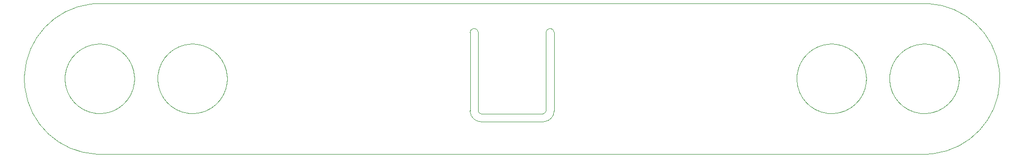
<source format=gbr>
%TF.GenerationSoftware,Altium Limited,Altium Designer,20.2.6 (244)*%
G04 Layer_Color=16711935*
%FSLAX45Y45*%
%MOMM*%
%TF.SameCoordinates,5F830152-65C5-4415-BC49-C393C33858C2*%
%TF.FilePolarity,Positive*%
%TF.FileFunction,Other,Cell_drawing*%
%TF.Part,Single*%
G01*
G75*
%TA.AperFunction,NonConductor*%
%ADD17C,0.01270*%
D17*
X8105938Y653555D02*
G03*
X8108491Y653491I2550J50760D01*
G01*
X8058861Y697374D02*
G03*
X8105938Y653555I49636J6129D01*
G01*
X8058559Y700857D02*
G03*
X8058861Y697374I50223J2604D01*
G01*
X8058491Y703491D02*
G03*
X8058559Y700857I50815J-2D01*
G01*
X9228427Y700939D02*
G03*
X9228491Y703491I-50760J2550D01*
G01*
X9184609Y653862D02*
G03*
X9228427Y700939I-6129J49636D01*
G01*
X9181125Y653560D02*
G03*
X9184609Y653862I-2604J50223D01*
G01*
X9178491Y653491D02*
G03*
X9181125Y653560I2J50815D01*
G01*
X7918581Y2057065D02*
G03*
X7918491Y2053491I71063J-3570D01*
G01*
X7979926Y2122972D02*
G03*
X7918581Y2057065I8581J-69490D01*
G01*
X7984803Y2123396D02*
G03*
X7979926Y2122973I3645J-70312D01*
G01*
X7988491Y2123491D02*
G03*
X7984803Y2123396I-3J-71142D01*
G01*
X7992065Y2123401D02*
G03*
X7988491Y2123491I-3570J-71063D01*
G01*
X8057972Y2062056D02*
G03*
X7992065Y2123401I-69490J-8581D01*
G01*
X8058395Y2057179D02*
G03*
X8057972Y2062056I-70312J-3645D01*
G01*
X8058491Y2053491D02*
G03*
X8058396Y2057179I-71142J3D01*
G01*
X8098792Y513735D02*
G03*
X8108491Y513491I9691J192887D01*
G01*
X7919899Y680244D02*
G03*
X8098792Y513735I188616J23291D01*
G01*
X7918750Y693481D02*
G03*
X7919899Y680244I190846J9895D01*
G01*
X7918491Y703491D02*
G03*
X7918750Y693481I193099J-9D01*
G01*
X9368248Y693792D02*
G03*
X9368491Y703491I-192887J9691D01*
G01*
X9201738Y514899D02*
G03*
X9368248Y693792I-23291J188616D01*
G01*
X9188502Y513750D02*
G03*
X9201739Y514899I-9895J190846D01*
G01*
X9178491Y513491D02*
G03*
X9188502Y513750I9J193099D01*
G01*
X9228581Y2057065D02*
G03*
X9228491Y2053491I71063J-3570D01*
G01*
X9289926Y2122972D02*
G03*
X9228581Y2057065I8581J-69490D01*
G01*
X9294803Y2123396D02*
G03*
X9289926Y2122973I3645J-70312D01*
G01*
X9298491Y2123491D02*
G03*
X9294803Y2123396I-3J-71142D01*
G01*
X9302065Y2123401D02*
G03*
X9298491Y2123491I-3570J-71063D01*
G01*
X9367972Y2062056D02*
G03*
X9302064Y2123401I-69490J-8581D01*
G01*
X9368396Y2057179D02*
G03*
X9367972Y2062056I-70312J-3645D01*
G01*
X9368491Y2053491D02*
G03*
X9368396Y2057179I-71142J3D01*
G01*
X1465625Y-44844D02*
G03*
X1531991Y-46509I66308J1319750D01*
G01*
X241625Y1094430D02*
G03*
X1465625Y-44844I1290533J159357D01*
G01*
X233765Y1184998D02*
G03*
X241625Y1094430I1305791J67701D01*
G01*
X231991Y1253491D02*
G03*
X233765Y1184998I1321204J-61D01*
G01*
X233656Y1319857D02*
G03*
X231991Y1253491I1319750J-66308D01*
G01*
X1372930Y2543858D02*
G03*
X233656Y1319857I159357J-1290533D01*
G01*
X1463498Y2551718D02*
G03*
X1372930Y2543857I67701J-1305791D01*
G01*
X1531991Y2553491D02*
G03*
X1463498Y2551718I-61J-1321204D01*
G01*
X15821358Y2551826D02*
G03*
X15754991Y2553491I-66308J-1319750D01*
G01*
X17045358Y1412552D02*
G03*
X15821358Y2551826I-1290533J-159357D01*
G01*
X17053218Y1321984D02*
G03*
X17045357Y1412552I-1305791J-67701D01*
G01*
X17054991Y1253491D02*
G03*
X17053218Y1321984I-1321204J61D01*
G01*
X17053326Y1187125D02*
G03*
X17054991Y1253491I-1319750J66308D01*
G01*
X15914052Y-36875D02*
G03*
X17053326Y1187125I-159357J1290533D01*
G01*
X15823483Y-44735D02*
G03*
X15914052Y-36875I-67701J1305791D01*
G01*
X15754991Y-46509D02*
G03*
X15823483Y-44735I61J1321204D01*
G01*
X2531991Y1253491D02*
G03*
X2532759Y1222861I609884J-27D01*
G01*
X2532759Y1222861D02*
G03*
X3058578Y657937I599368J30707D01*
G01*
D02*
G03*
X3100379Y654310I73047J599045D01*
G01*
D02*
G03*
X3131991Y653491I31584J608968D01*
G01*
X3131991Y653491D02*
G03*
X3162622Y654260I27J609884D01*
G01*
Y654260D02*
G03*
X3727545Y1180078I-30707J599368D01*
G01*
D02*
G03*
X3731172Y1221879I-599045J73047D01*
G01*
X3731173D02*
G03*
X3731991Y1253491I-608968J31584D01*
G01*
D02*
G03*
X3731223Y1284122I-609884J27D01*
G01*
Y1284122D02*
G03*
X3205404Y1849045I-599368J-30707D01*
G01*
X3205404D02*
G03*
X3163603Y1852673I-73047J-599045D01*
G01*
D02*
G03*
X3131991Y1853491I-31584J-608968D01*
G01*
Y1853491D02*
G03*
X3101361Y1852723I-27J-609884D01*
G01*
Y1852723D02*
G03*
X2536437Y1326904I30707J-599368D01*
G01*
X2536437D02*
G03*
X2532810Y1285103I599045J-73047D01*
G01*
D02*
G03*
X2531991Y1253491I608968J-31584D01*
G01*
X13554991D02*
G03*
X13555759Y1222861I609884J-27D01*
G01*
X13555760Y1222861D02*
G03*
X14081578Y657937I599368J30707D01*
G01*
D02*
G03*
X14123380Y654310I73047J599045D01*
G01*
D02*
G03*
X14154991Y653491I31584J608968D01*
G01*
Y653491D02*
G03*
X14185622Y654260I27J609884D01*
G01*
X14185622Y654260D02*
G03*
X14750545Y1180078I-30707J599368D01*
G01*
D02*
G03*
X14754172Y1221879I-599045J73047D01*
G01*
D02*
G03*
X14754991Y1253491I-608968J31584D01*
G01*
X14754991D02*
G03*
X14754224Y1284122I-609884J27D01*
G01*
X14754222Y1284122D02*
G03*
X14228404Y1849045I-599368J-30707D01*
G01*
D02*
G03*
X14186603Y1852673I-73047J-599045D01*
G01*
D02*
G03*
X14154991Y1853491I-31584J-608968D01*
G01*
Y1853491D02*
G03*
X14124361Y1852723I-27J-609884D01*
G01*
X14124361Y1852723D02*
G03*
X13559438Y1326904I30707J-599368D01*
G01*
D02*
G03*
X13555811Y1285103I599045J-73047D01*
G01*
D02*
G03*
X13554991Y1253491I608968J-31584D01*
G01*
X15154991D02*
G03*
X15155759Y1222861I609884J-27D01*
G01*
Y1222861D02*
G03*
X15681578Y657937I599368J30707D01*
G01*
X15681578D02*
G03*
X15723380Y654310I73047J599045D01*
G01*
D02*
G03*
X15754991Y653491I31584J608968D01*
G01*
Y653491D02*
G03*
X15785622Y654260I27J609884D01*
G01*
Y654260D02*
G03*
X16350545Y1180078I-30707J599368D01*
G01*
X16350545D02*
G03*
X16354173Y1221879I-599045J73047D01*
G01*
D02*
G03*
X16354991Y1253491I-608968J31584D01*
G01*
X16354991D02*
G03*
X16354224Y1284122I-609884J27D01*
G01*
X16354224Y1284122D02*
G03*
X15828404Y1849045I-599368J-30707D01*
G01*
D02*
G03*
X15786603Y1852673I-73047J-599045D01*
G01*
D02*
G03*
X15754991Y1853491I-31584J-608968D01*
G01*
X15754991Y1853491D02*
G03*
X15724361Y1852723I-27J-609884D01*
G01*
Y1852723D02*
G03*
X15159438Y1326904I30707J-599368D01*
G01*
D02*
G03*
X15155811Y1285103I599045J-73047D01*
G01*
X15155809D02*
G03*
X15154991Y1253491I608968J-31584D01*
G01*
X931991D02*
G03*
X932759Y1222861I609884J-27D01*
G01*
Y1222861D02*
G03*
X1458578Y657937I599368J30707D01*
G01*
X1458578D02*
G03*
X1500379Y654310I73047J599045D01*
G01*
D02*
G03*
X1531991Y653491I31584J608968D01*
G01*
Y653491D02*
G03*
X1562621Y654260I27J609884D01*
G01*
Y654260D02*
G03*
X2127545Y1180078I-30707J599368D01*
G01*
X2127545D02*
G03*
X2131173Y1221879I-599045J73047D01*
G01*
D02*
G03*
X2131991Y1253491I-608968J31584D01*
G01*
X2131991D02*
G03*
X2131223Y1284122I-609884J27D01*
G01*
X2131223Y1284122D02*
G03*
X1605404Y1849045I-599368J-30707D01*
G01*
D02*
G03*
X1563603Y1852673I-73047J-599045D01*
G01*
D02*
G03*
X1531991Y1853491I-31584J-608968D01*
G01*
X1531991Y1853491D02*
G03*
X1501360Y1852723I-27J-609884D01*
G01*
Y1852723D02*
G03*
X936437Y1326904I30707J-599368D01*
G01*
D02*
G03*
X932810Y1285103I599045J-73047D01*
G01*
X932809D02*
G03*
X931991Y1253491I608968J-31584D01*
G01*
X2532722D02*
G03*
X2533490Y1222861I609884J-27D01*
G01*
X2533490Y1222861D02*
G03*
X3059309Y657937I599368J30707D01*
G01*
D02*
G03*
X3101110Y654310I73047J599045D01*
G01*
D02*
G03*
X3132722Y653491I31584J608968D01*
G01*
X3132722Y653491D02*
G03*
X3163353Y654260I27J609884D01*
G01*
Y654260D02*
G03*
X3728276Y1180078I-30707J599368D01*
G01*
D02*
G03*
X3731903Y1221879I-599045J73047D01*
G01*
X3731904D02*
G03*
X3732722Y1253491I-608968J31584D01*
G01*
D02*
G03*
X3731954Y1284122I-609884J27D01*
G01*
Y1284122D02*
G03*
X3206135Y1849045I-599368J-30707D01*
G01*
X3206135D02*
G03*
X3164334Y1852673I-73047J-599045D01*
G01*
D02*
G03*
X3132722Y1853491I-31584J-608968D01*
G01*
Y1853491D02*
G03*
X3102092Y1852723I-27J-609884D01*
G01*
Y1852723D02*
G03*
X2537168Y1326904I30707J-599368D01*
G01*
X2537168D02*
G03*
X2533541Y1285103I599045J-73047D01*
G01*
D02*
G03*
X2532722Y1253491I608968J-31584D01*
G01*
X13555722D02*
G03*
X13556490Y1222861I609884J-27D01*
G01*
X13556491Y1222861D02*
G03*
X14082309Y657937I599368J30707D01*
G01*
D02*
G03*
X14124110Y654310I73047J599045D01*
G01*
D02*
G03*
X14155722Y653491I31584J608968D01*
G01*
Y653491D02*
G03*
X14186353Y654260I27J609884D01*
G01*
X14186353Y654260D02*
G03*
X14751276Y1180078I-30707J599368D01*
G01*
D02*
G03*
X14754903Y1221879I-599045J73047D01*
G01*
D02*
G03*
X14755722Y1253491I-608968J31584D01*
G01*
X14755722D02*
G03*
X14754955Y1284122I-609884J27D01*
G01*
X14754953Y1284122D02*
G03*
X14229135Y1849045I-599368J-30707D01*
G01*
D02*
G03*
X14187334Y1852673I-73047J-599045D01*
G01*
D02*
G03*
X14155722Y1853491I-31584J-608968D01*
G01*
Y1853491D02*
G03*
X14125092Y1852723I-27J-609884D01*
G01*
X14125092Y1852723D02*
G03*
X13560168Y1326904I30707J-599368D01*
G01*
D02*
G03*
X13556541Y1285103I599045J-73047D01*
G01*
D02*
G03*
X13555722Y1253491I608968J-31584D01*
G01*
X15155722D02*
G03*
X15156490Y1222861I609884J-27D01*
G01*
Y1222861D02*
G03*
X15682309Y657937I599368J30707D01*
G01*
X15682309D02*
G03*
X15724110Y654310I73047J599045D01*
G01*
D02*
G03*
X15755722Y653491I31584J608968D01*
G01*
Y653491D02*
G03*
X15786353Y654260I27J609884D01*
G01*
Y654260D02*
G03*
X16351276Y1180078I-30707J599368D01*
G01*
X16351276D02*
G03*
X16354904Y1221879I-599045J73047D01*
G01*
D02*
G03*
X16355722Y1253491I-608968J31584D01*
G01*
X16355722D02*
G03*
X16354955Y1284122I-609884J27D01*
G01*
X16354955Y1284122D02*
G03*
X15829135Y1849045I-599368J-30707D01*
G01*
D02*
G03*
X15787334Y1852673I-73047J-599045D01*
G01*
D02*
G03*
X15755722Y1853491I-31584J-608968D01*
G01*
X15755722Y1853491D02*
G03*
X15725092Y1852723I-27J-609884D01*
G01*
Y1852723D02*
G03*
X15160168Y1326904I30707J-599368D01*
G01*
D02*
G03*
X15156541Y1285103I599045J-73047D01*
G01*
X15156540D02*
G03*
X15155722Y1253491I608968J-31584D01*
G01*
X932722D02*
G03*
X933490Y1222861I609884J-27D01*
G01*
Y1222861D02*
G03*
X1459309Y657937I599368J30707D01*
G01*
X1459309D02*
G03*
X1501110Y654310I73047J599045D01*
G01*
D02*
G03*
X1532722Y653491I31584J608968D01*
G01*
Y653491D02*
G03*
X1563352Y654260I27J609884D01*
G01*
Y654260D02*
G03*
X2128276Y1180078I-30707J599368D01*
G01*
X2128276D02*
G03*
X2131904Y1221879I-599045J73047D01*
G01*
D02*
G03*
X2132722Y1253491I-608968J31584D01*
G01*
X2132722D02*
G03*
X2131954Y1284122I-609884J27D01*
G01*
X2131954Y1284122D02*
G03*
X1606135Y1849045I-599368J-30707D01*
G01*
D02*
G03*
X1564334Y1852673I-73047J-599045D01*
G01*
D02*
G03*
X1532722Y1853491I-31584J-608968D01*
G01*
X1532722Y1853491D02*
G03*
X1502091Y1852723I-27J-609884D01*
G01*
Y1852723D02*
G03*
X937168Y1326904I30707J-599368D01*
G01*
D02*
G03*
X933541Y1285103I599045J-73047D01*
G01*
X933540D02*
G03*
X932722Y1253491I608968J-31584D01*
G01*
X7918491Y703491D02*
Y2053491D01*
X8108491Y513491D02*
X9178491D01*
X9368491Y703491D02*
Y2053491D01*
X9228491Y703491D02*
Y2053491D01*
X8108491Y653491D02*
X9178491D01*
X8058491Y703491D02*
Y2053491D01*
X1531991Y2553491D02*
X15754991D01*
X1531991Y-46509D02*
X15754991D01*
%TF.MD5,5526c7833c1776f1a056df33586f6d48*%
M02*

</source>
